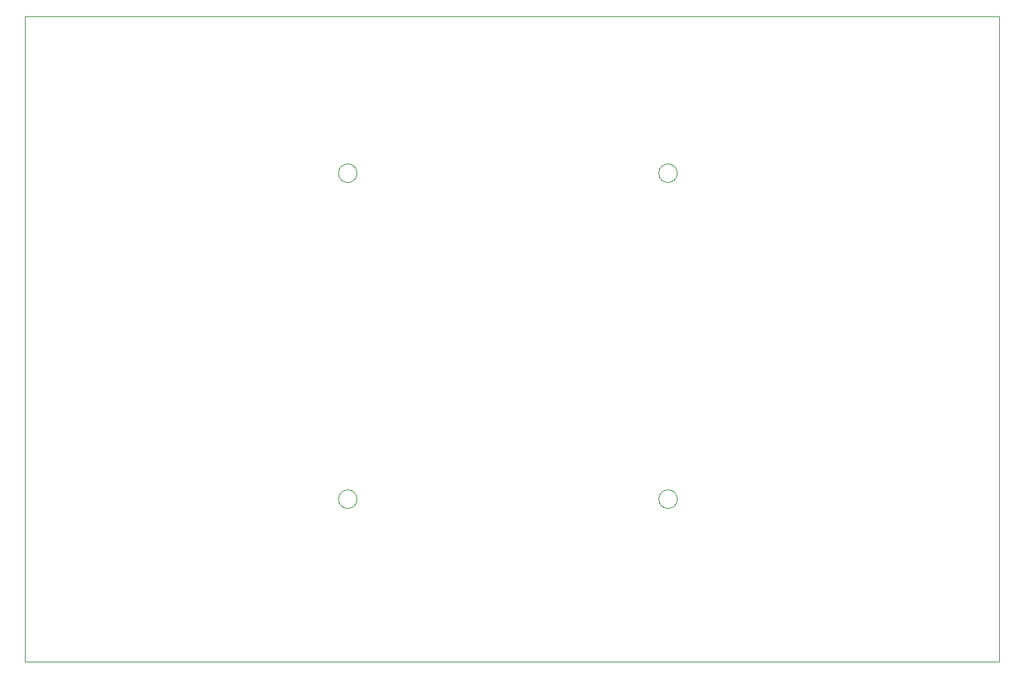
<source format=gbr>
%TF.GenerationSoftware,KiCad,Pcbnew,7.0.8*%
%TF.CreationDate,2024-11-10T08:48:31+09:00*%
%TF.ProjectId,cool937,636f6f6c-3933-4372-9e6b-696361645f70,rev?*%
%TF.SameCoordinates,Original*%
%TF.FileFunction,Profile,NP*%
%FSLAX46Y46*%
G04 Gerber Fmt 4.6, Leading zero omitted, Abs format (unit mm)*
G04 Created by KiCad (PCBNEW 7.0.8) date 2024-11-10 08:48:31*
%MOMM*%
%LPD*%
G01*
G04 APERTURE LIST*
%TA.AperFunction,Profile*%
%ADD10C,0.100000*%
%TD*%
G04 APERTURE END LIST*
D10*
X124280000Y-106500000D02*
G75*
G03*
X124280000Y-106500000I-1100000J0D01*
G01*
X124290000Y-145290000D02*
G75*
G03*
X124290000Y-145290000I-1100000J0D01*
G01*
X46660000Y-87850000D02*
X162610000Y-87850000D01*
X162610000Y-164600000D01*
X46660000Y-164600000D01*
X46660000Y-87850000D01*
X86190000Y-106500000D02*
G75*
G03*
X86190000Y-106500000I-1100000J0D01*
G01*
X86190000Y-145290000D02*
G75*
G03*
X86190000Y-145290000I-1100000J0D01*
G01*
M02*

</source>
